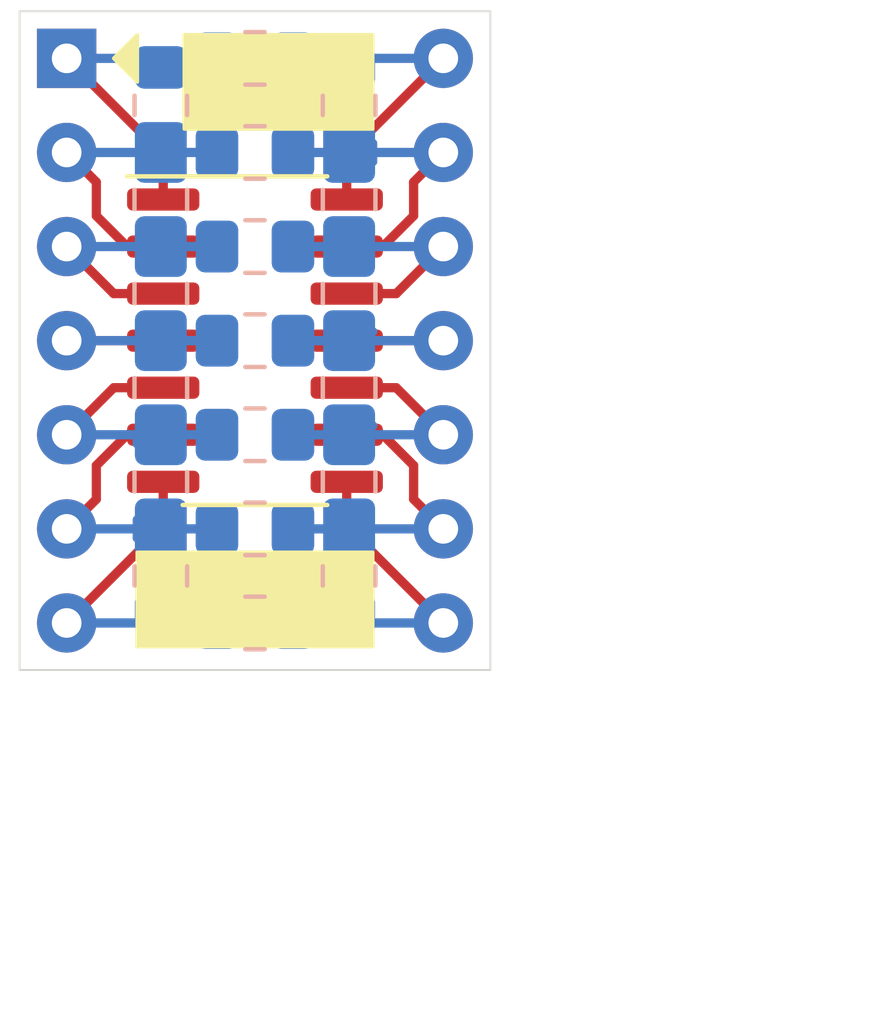
<source format=kicad_pcb>
(kicad_pcb (version 20171130) (host pcbnew "(5.1.5)-3")

  (general
    (thickness 1.6)
    (drawings 7)
    (tracks 78)
    (zones 0)
    (modules 21)
    (nets 15)
  )

  (page A4)
  (layers
    (0 F.Cu signal)
    (31 B.Cu signal hide)
    (32 B.Adhes user hide)
    (33 F.Adhes user hide)
    (34 B.Paste user hide)
    (35 F.Paste user)
    (36 B.SilkS user hide)
    (37 F.SilkS user)
    (38 B.Mask user hide)
    (39 F.Mask user)
    (40 Dwgs.User user hide)
    (41 Cmts.User user hide)
    (42 Eco1.User user hide)
    (43 Eco2.User user hide)
    (44 Edge.Cuts user)
    (45 Margin user hide)
    (46 B.CrtYd user hide)
    (47 F.CrtYd user)
    (48 B.Fab user hide)
    (49 F.Fab user)
  )

  (setup
    (last_trace_width 0.25)
    (trace_clearance 0.2)
    (zone_clearance 0.508)
    (zone_45_only no)
    (trace_min 0.2)
    (via_size 0.8)
    (via_drill 0.4)
    (via_min_size 0.4)
    (via_min_drill 0.3)
    (uvia_size 0.3)
    (uvia_drill 0.1)
    (uvias_allowed no)
    (uvia_min_size 0.2)
    (uvia_min_drill 0.1)
    (edge_width 0.05)
    (segment_width 0.2)
    (pcb_text_width 0.3)
    (pcb_text_size 1.5 1.5)
    (mod_edge_width 0.12)
    (mod_text_size 1 1)
    (mod_text_width 0.15)
    (pad_size 1.7 1.7)
    (pad_drill 1)
    (pad_to_mask_clearance 0.051)
    (solder_mask_min_width 0.25)
    (aux_axis_origin 0 0)
    (grid_origin 150 100)
    (visible_elements FFFFFF7F)
    (pcbplotparams
      (layerselection 0x010fc_ffffffff)
      (usegerberextensions false)
      (usegerberattributes false)
      (usegerberadvancedattributes false)
      (creategerberjobfile false)
      (excludeedgelayer true)
      (linewidth 0.100000)
      (plotframeref false)
      (viasonmask false)
      (mode 1)
      (useauxorigin false)
      (hpglpennumber 1)
      (hpglpenspeed 20)
      (hpglpendiameter 15.000000)
      (psnegative false)
      (psa4output false)
      (plotreference true)
      (plotvalue true)
      (plotinvisibletext false)
      (padsonsilk false)
      (subtractmaskfromsilk false)
      (outputformat 1)
      (mirror false)
      (drillshape 1)
      (scaleselection 1)
      (outputdirectory ""))
  )

  (net 0 "")
  (net 1 "Net-(A1-Pad14)")
  (net 2 "Net-(A1-Pad13)")
  (net 3 "Net-(A1-Pad12)")
  (net 4 "Net-(A1-Pad11)")
  (net 5 "Net-(A1-Pad10)")
  (net 6 "Net-(A1-Pad9)")
  (net 7 "Net-(A1-Pad8)")
  (net 8 "Net-(A1-Pad7)")
  (net 9 "Net-(A1-Pad6)")
  (net 10 "Net-(A1-Pad5)")
  (net 11 "Net-(A1-Pad4)")
  (net 12 "Net-(A1-Pad3)")
  (net 13 "Net-(A1-Pad2)")
  (net 14 "Net-(A1-Pad1)")

  (net_class Default "Dies ist die voreingestellte Netzklasse."
    (clearance 0.2)
    (trace_width 0.25)
    (via_dia 0.8)
    (via_drill 0.4)
    (uvia_dia 0.3)
    (uvia_drill 0.1)
    (add_net "Net-(A1-Pad1)")
    (add_net "Net-(A1-Pad10)")
    (add_net "Net-(A1-Pad11)")
    (add_net "Net-(A1-Pad12)")
    (add_net "Net-(A1-Pad13)")
    (add_net "Net-(A1-Pad14)")
    (add_net "Net-(A1-Pad2)")
    (add_net "Net-(A1-Pad3)")
    (add_net "Net-(A1-Pad4)")
    (add_net "Net-(A1-Pad5)")
    (add_net "Net-(A1-Pad6)")
    (add_net "Net-(A1-Pad7)")
    (add_net "Net-(A1-Pad8)")
    (add_net "Net-(A1-Pad9)")
  )

  (module Resistor_SMD:R_0805_2012Metric_Pad1.15x1.40mm_HandSolder (layer B.Cu) (tedit 5B36C52B) (tstamp 5EAEEA2D)
    (at 147.46 93.65 90)
    (descr "Resistor SMD 0805 (2012 Metric), square (rectangular) end terminal, IPC_7351 nominal with elongated pad for handsoldering. (Body size source: https://docs.google.com/spreadsheets/d/1BsfQQcO9C6DZCsRaXUlFlo91Tg2WpOkGARC1WS5S8t0/edit?usp=sharing), generated with kicad-footprint-generator")
    (tags "resistor handsolder")
    (path /5EC191CB)
    (attr smd)
    (fp_text reference R12 (at 0 1.65 90) (layer B.SilkS) hide
      (effects (font (size 1 1) (thickness 0.15)) (justify mirror))
    )
    (fp_text value R (at 0 -1.65 90) (layer B.Fab)
      (effects (font (size 1 1) (thickness 0.15)) (justify mirror))
    )
    (fp_text user %R (at 0 0 90) (layer B.Fab)
      (effects (font (size 0.5 0.5) (thickness 0.08)) (justify mirror))
    )
    (fp_line (start 1.85 -0.95) (end -1.85 -0.95) (layer B.CrtYd) (width 0.05))
    (fp_line (start 1.85 0.95) (end 1.85 -0.95) (layer B.CrtYd) (width 0.05))
    (fp_line (start -1.85 0.95) (end 1.85 0.95) (layer B.CrtYd) (width 0.05))
    (fp_line (start -1.85 -0.95) (end -1.85 0.95) (layer B.CrtYd) (width 0.05))
    (fp_line (start -0.261252 -0.71) (end 0.261252 -0.71) (layer B.SilkS) (width 0.12))
    (fp_line (start -0.261252 0.71) (end 0.261252 0.71) (layer B.SilkS) (width 0.12))
    (fp_line (start 1 -0.6) (end -1 -0.6) (layer B.Fab) (width 0.1))
    (fp_line (start 1 0.6) (end 1 -0.6) (layer B.Fab) (width 0.1))
    (fp_line (start -1 0.6) (end 1 0.6) (layer B.Fab) (width 0.1))
    (fp_line (start -1 -0.6) (end -1 0.6) (layer B.Fab) (width 0.1))
    (pad 2 smd roundrect (at 1.025 0 90) (size 1.15 1.4) (layers B.Cu B.Paste B.Mask) (roundrect_rratio 0.217391)
      (net 14 "Net-(A1-Pad1)"))
    (pad 1 smd roundrect (at -1.025 0 90) (size 1.15 1.4) (layers B.Cu B.Paste B.Mask) (roundrect_rratio 0.217391)
      (net 13 "Net-(A1-Pad2)"))
    (model ${KISYS3DMOD}/Resistor_SMD.3dshapes/R_0805_2012Metric.wrl
      (at (xyz 0 0 0))
      (scale (xyz 1 1 1))
      (rotate (xyz 0 0 0))
    )
  )

  (module Resistor_SMD:R_0805_2012Metric_Pad1.15x1.40mm_HandSolder (layer B.Cu) (tedit 5B36C52B) (tstamp 5EAED482)
    (at 147.46 96.19 90)
    (descr "Resistor SMD 0805 (2012 Metric), square (rectangular) end terminal, IPC_7351 nominal with elongated pad for handsoldering. (Body size source: https://docs.google.com/spreadsheets/d/1BsfQQcO9C6DZCsRaXUlFlo91Tg2WpOkGARC1WS5S8t0/edit?usp=sharing), generated with kicad-footprint-generator")
    (tags "resistor handsolder")
    (path /5EC191D5)
    (attr smd)
    (fp_text reference R11 (at 0 1.65 90) (layer B.SilkS) hide
      (effects (font (size 1 1) (thickness 0.15)) (justify mirror))
    )
    (fp_text value R (at 0 -1.65 90) (layer B.Fab)
      (effects (font (size 1 1) (thickness 0.15)) (justify mirror))
    )
    (fp_text user %R (at 0 0 90) (layer B.Fab)
      (effects (font (size 0.5 0.5) (thickness 0.08)) (justify mirror))
    )
    (fp_line (start 1.85 -0.95) (end -1.85 -0.95) (layer B.CrtYd) (width 0.05))
    (fp_line (start 1.85 0.95) (end 1.85 -0.95) (layer B.CrtYd) (width 0.05))
    (fp_line (start -1.85 0.95) (end 1.85 0.95) (layer B.CrtYd) (width 0.05))
    (fp_line (start -1.85 -0.95) (end -1.85 0.95) (layer B.CrtYd) (width 0.05))
    (fp_line (start -0.261252 -0.71) (end 0.261252 -0.71) (layer B.SilkS) (width 0.12))
    (fp_line (start -0.261252 0.71) (end 0.261252 0.71) (layer B.SilkS) (width 0.12))
    (fp_line (start 1 -0.6) (end -1 -0.6) (layer B.Fab) (width 0.1))
    (fp_line (start 1 0.6) (end 1 -0.6) (layer B.Fab) (width 0.1))
    (fp_line (start -1 0.6) (end 1 0.6) (layer B.Fab) (width 0.1))
    (fp_line (start -1 -0.6) (end -1 0.6) (layer B.Fab) (width 0.1))
    (pad 2 smd roundrect (at 1.025 0 90) (size 1.15 1.4) (layers B.Cu B.Paste B.Mask) (roundrect_rratio 0.217391)
      (net 13 "Net-(A1-Pad2)"))
    (pad 1 smd roundrect (at -1.025 0 90) (size 1.15 1.4) (layers B.Cu B.Paste B.Mask) (roundrect_rratio 0.217391)
      (net 12 "Net-(A1-Pad3)"))
    (model ${KISYS3DMOD}/Resistor_SMD.3dshapes/R_0805_2012Metric.wrl
      (at (xyz 0 0 0))
      (scale (xyz 1 1 1))
      (rotate (xyz 0 0 0))
    )
  )

  (module Resistor_SMD:R_0805_2012Metric_Pad1.15x1.40mm_HandSolder (layer B.Cu) (tedit 5B36C52B) (tstamp 5EAED471)
    (at 147.46 98.73 90)
    (descr "Resistor SMD 0805 (2012 Metric), square (rectangular) end terminal, IPC_7351 nominal with elongated pad for handsoldering. (Body size source: https://docs.google.com/spreadsheets/d/1BsfQQcO9C6DZCsRaXUlFlo91Tg2WpOkGARC1WS5S8t0/edit?usp=sharing), generated with kicad-footprint-generator")
    (tags "resistor handsolder")
    (path /5EC191DF)
    (attr smd)
    (fp_text reference R10 (at 0 1.65 90) (layer B.SilkS) hide
      (effects (font (size 1 1) (thickness 0.15)) (justify mirror))
    )
    (fp_text value R (at 0 -1.65 90) (layer B.Fab)
      (effects (font (size 1 1) (thickness 0.15)) (justify mirror))
    )
    (fp_text user %R (at 0 0 90) (layer B.Fab)
      (effects (font (size 0.5 0.5) (thickness 0.08)) (justify mirror))
    )
    (fp_line (start 1.85 -0.95) (end -1.85 -0.95) (layer B.CrtYd) (width 0.05))
    (fp_line (start 1.85 0.95) (end 1.85 -0.95) (layer B.CrtYd) (width 0.05))
    (fp_line (start -1.85 0.95) (end 1.85 0.95) (layer B.CrtYd) (width 0.05))
    (fp_line (start -1.85 -0.95) (end -1.85 0.95) (layer B.CrtYd) (width 0.05))
    (fp_line (start -0.261252 -0.71) (end 0.261252 -0.71) (layer B.SilkS) (width 0.12))
    (fp_line (start -0.261252 0.71) (end 0.261252 0.71) (layer B.SilkS) (width 0.12))
    (fp_line (start 1 -0.6) (end -1 -0.6) (layer B.Fab) (width 0.1))
    (fp_line (start 1 0.6) (end 1 -0.6) (layer B.Fab) (width 0.1))
    (fp_line (start -1 0.6) (end 1 0.6) (layer B.Fab) (width 0.1))
    (fp_line (start -1 -0.6) (end -1 0.6) (layer B.Fab) (width 0.1))
    (pad 2 smd roundrect (at 1.025 0 90) (size 1.15 1.4) (layers B.Cu B.Paste B.Mask) (roundrect_rratio 0.217391)
      (net 12 "Net-(A1-Pad3)"))
    (pad 1 smd roundrect (at -1.025 0 90) (size 1.15 1.4) (layers B.Cu B.Paste B.Mask) (roundrect_rratio 0.217391)
      (net 11 "Net-(A1-Pad4)"))
    (model ${KISYS3DMOD}/Resistor_SMD.3dshapes/R_0805_2012Metric.wrl
      (at (xyz 0 0 0))
      (scale (xyz 1 1 1))
      (rotate (xyz 0 0 0))
    )
  )

  (module Resistor_SMD:R_0805_2012Metric_Pad1.15x1.40mm_HandSolder (layer B.Cu) (tedit 5B36C52B) (tstamp 5EAED460)
    (at 147.46 101.27 90)
    (descr "Resistor SMD 0805 (2012 Metric), square (rectangular) end terminal, IPC_7351 nominal with elongated pad for handsoldering. (Body size source: https://docs.google.com/spreadsheets/d/1BsfQQcO9C6DZCsRaXUlFlo91Tg2WpOkGARC1WS5S8t0/edit?usp=sharing), generated with kicad-footprint-generator")
    (tags "resistor handsolder")
    (path /5EC191E9)
    (attr smd)
    (fp_text reference R9 (at 0 1.65 90) (layer B.SilkS) hide
      (effects (font (size 1 1) (thickness 0.15)) (justify mirror))
    )
    (fp_text value R (at 0 -1.65 90) (layer B.Fab)
      (effects (font (size 1 1) (thickness 0.15)) (justify mirror))
    )
    (fp_text user %R (at 0 0 90) (layer B.Fab)
      (effects (font (size 0.5 0.5) (thickness 0.08)) (justify mirror))
    )
    (fp_line (start 1.85 -0.95) (end -1.85 -0.95) (layer B.CrtYd) (width 0.05))
    (fp_line (start 1.85 0.95) (end 1.85 -0.95) (layer B.CrtYd) (width 0.05))
    (fp_line (start -1.85 0.95) (end 1.85 0.95) (layer B.CrtYd) (width 0.05))
    (fp_line (start -1.85 -0.95) (end -1.85 0.95) (layer B.CrtYd) (width 0.05))
    (fp_line (start -0.261252 -0.71) (end 0.261252 -0.71) (layer B.SilkS) (width 0.12))
    (fp_line (start -0.261252 0.71) (end 0.261252 0.71) (layer B.SilkS) (width 0.12))
    (fp_line (start 1 -0.6) (end -1 -0.6) (layer B.Fab) (width 0.1))
    (fp_line (start 1 0.6) (end 1 -0.6) (layer B.Fab) (width 0.1))
    (fp_line (start -1 0.6) (end 1 0.6) (layer B.Fab) (width 0.1))
    (fp_line (start -1 -0.6) (end -1 0.6) (layer B.Fab) (width 0.1))
    (pad 2 smd roundrect (at 1.025 0 90) (size 1.15 1.4) (layers B.Cu B.Paste B.Mask) (roundrect_rratio 0.217391)
      (net 11 "Net-(A1-Pad4)"))
    (pad 1 smd roundrect (at -1.025 0 90) (size 1.15 1.4) (layers B.Cu B.Paste B.Mask) (roundrect_rratio 0.217391)
      (net 10 "Net-(A1-Pad5)"))
    (model ${KISYS3DMOD}/Resistor_SMD.3dshapes/R_0805_2012Metric.wrl
      (at (xyz 0 0 0))
      (scale (xyz 1 1 1))
      (rotate (xyz 0 0 0))
    )
  )

  (module Resistor_SMD:R_0805_2012Metric_Pad1.15x1.40mm_HandSolder (layer B.Cu) (tedit 5B36C52B) (tstamp 5EAED44F)
    (at 147.46 103.81 90)
    (descr "Resistor SMD 0805 (2012 Metric), square (rectangular) end terminal, IPC_7351 nominal with elongated pad for handsoldering. (Body size source: https://docs.google.com/spreadsheets/d/1BsfQQcO9C6DZCsRaXUlFlo91Tg2WpOkGARC1WS5S8t0/edit?usp=sharing), generated with kicad-footprint-generator")
    (tags "resistor handsolder")
    (path /5EC191F3)
    (attr smd)
    (fp_text reference R8 (at 0 1.65 90) (layer B.SilkS) hide
      (effects (font (size 1 1) (thickness 0.15)) (justify mirror))
    )
    (fp_text value R (at 0 -1.65 90) (layer B.Fab)
      (effects (font (size 1 1) (thickness 0.15)) (justify mirror))
    )
    (fp_text user %R (at 0 0 90) (layer B.Fab)
      (effects (font (size 0.5 0.5) (thickness 0.08)) (justify mirror))
    )
    (fp_line (start 1.85 -0.95) (end -1.85 -0.95) (layer B.CrtYd) (width 0.05))
    (fp_line (start 1.85 0.95) (end 1.85 -0.95) (layer B.CrtYd) (width 0.05))
    (fp_line (start -1.85 0.95) (end 1.85 0.95) (layer B.CrtYd) (width 0.05))
    (fp_line (start -1.85 -0.95) (end -1.85 0.95) (layer B.CrtYd) (width 0.05))
    (fp_line (start -0.261252 -0.71) (end 0.261252 -0.71) (layer B.SilkS) (width 0.12))
    (fp_line (start -0.261252 0.71) (end 0.261252 0.71) (layer B.SilkS) (width 0.12))
    (fp_line (start 1 -0.6) (end -1 -0.6) (layer B.Fab) (width 0.1))
    (fp_line (start 1 0.6) (end 1 -0.6) (layer B.Fab) (width 0.1))
    (fp_line (start -1 0.6) (end 1 0.6) (layer B.Fab) (width 0.1))
    (fp_line (start -1 -0.6) (end -1 0.6) (layer B.Fab) (width 0.1))
    (pad 2 smd roundrect (at 1.025 0 90) (size 1.15 1.4) (layers B.Cu B.Paste B.Mask) (roundrect_rratio 0.217391)
      (net 10 "Net-(A1-Pad5)"))
    (pad 1 smd roundrect (at -1.025 0 90) (size 1.15 1.4) (layers B.Cu B.Paste B.Mask) (roundrect_rratio 0.217391)
      (net 9 "Net-(A1-Pad6)"))
    (model ${KISYS3DMOD}/Resistor_SMD.3dshapes/R_0805_2012Metric.wrl
      (at (xyz 0 0 0))
      (scale (xyz 1 1 1))
      (rotate (xyz 0 0 0))
    )
  )

  (module Resistor_SMD:R_0805_2012Metric_Pad1.15x1.40mm_HandSolder (layer B.Cu) (tedit 5B36C52B) (tstamp 5EAED43E)
    (at 147.46 106.35 90)
    (descr "Resistor SMD 0805 (2012 Metric), square (rectangular) end terminal, IPC_7351 nominal with elongated pad for handsoldering. (Body size source: https://docs.google.com/spreadsheets/d/1BsfQQcO9C6DZCsRaXUlFlo91Tg2WpOkGARC1WS5S8t0/edit?usp=sharing), generated with kicad-footprint-generator")
    (tags "resistor handsolder")
    (path /5EC191FD)
    (attr smd)
    (fp_text reference R7 (at 0 1.65 90) (layer B.SilkS) hide
      (effects (font (size 1 1) (thickness 0.15)) (justify mirror))
    )
    (fp_text value R (at 0 -1.65 90) (layer B.Fab)
      (effects (font (size 1 1) (thickness 0.15)) (justify mirror))
    )
    (fp_text user %R (at 0 0 90) (layer B.Fab)
      (effects (font (size 0.5 0.5) (thickness 0.08)) (justify mirror))
    )
    (fp_line (start 1.85 -0.95) (end -1.85 -0.95) (layer B.CrtYd) (width 0.05))
    (fp_line (start 1.85 0.95) (end 1.85 -0.95) (layer B.CrtYd) (width 0.05))
    (fp_line (start -1.85 0.95) (end 1.85 0.95) (layer B.CrtYd) (width 0.05))
    (fp_line (start -1.85 -0.95) (end -1.85 0.95) (layer B.CrtYd) (width 0.05))
    (fp_line (start -0.261252 -0.71) (end 0.261252 -0.71) (layer B.SilkS) (width 0.12))
    (fp_line (start -0.261252 0.71) (end 0.261252 0.71) (layer B.SilkS) (width 0.12))
    (fp_line (start 1 -0.6) (end -1 -0.6) (layer B.Fab) (width 0.1))
    (fp_line (start 1 0.6) (end 1 -0.6) (layer B.Fab) (width 0.1))
    (fp_line (start -1 0.6) (end 1 0.6) (layer B.Fab) (width 0.1))
    (fp_line (start -1 -0.6) (end -1 0.6) (layer B.Fab) (width 0.1))
    (pad 2 smd roundrect (at 1.025 0 90) (size 1.15 1.4) (layers B.Cu B.Paste B.Mask) (roundrect_rratio 0.217391)
      (net 9 "Net-(A1-Pad6)"))
    (pad 1 smd roundrect (at -1.025 0 90) (size 1.15 1.4) (layers B.Cu B.Paste B.Mask) (roundrect_rratio 0.217391)
      (net 8 "Net-(A1-Pad7)"))
    (model ${KISYS3DMOD}/Resistor_SMD.3dshapes/R_0805_2012Metric.wrl
      (at (xyz 0 0 0))
      (scale (xyz 1 1 1))
      (rotate (xyz 0 0 0))
    )
  )

  (module Resistor_SMD:R_0805_2012Metric_Pad1.15x1.40mm_HandSolder (layer B.Cu) (tedit 5B36C52B) (tstamp 5EAEC7A2)
    (at 152.54 98.73 90)
    (descr "Resistor SMD 0805 (2012 Metric), square (rectangular) end terminal, IPC_7351 nominal with elongated pad for handsoldering. (Body size source: https://docs.google.com/spreadsheets/d/1BsfQQcO9C6DZCsRaXUlFlo91Tg2WpOkGARC1WS5S8t0/edit?usp=sharing), generated with kicad-footprint-generator")
    (tags "resistor handsolder")
    (path /5EB849FE)
    (attr smd)
    (fp_text reference R6 (at 0 1.65 90) (layer B.SilkS) hide
      (effects (font (size 1 1) (thickness 0.15)) (justify mirror))
    )
    (fp_text value R (at 0 -1.65 90) (layer B.Fab)
      (effects (font (size 1 1) (thickness 0.15)) (justify mirror))
    )
    (fp_text user %R (at 0 0 90) (layer B.Fab)
      (effects (font (size 0.5 0.5) (thickness 0.08)) (justify mirror))
    )
    (fp_line (start 1.85 -0.95) (end -1.85 -0.95) (layer B.CrtYd) (width 0.05))
    (fp_line (start 1.85 0.95) (end 1.85 -0.95) (layer B.CrtYd) (width 0.05))
    (fp_line (start -1.85 0.95) (end 1.85 0.95) (layer B.CrtYd) (width 0.05))
    (fp_line (start -1.85 -0.95) (end -1.85 0.95) (layer B.CrtYd) (width 0.05))
    (fp_line (start -0.261252 -0.71) (end 0.261252 -0.71) (layer B.SilkS) (width 0.12))
    (fp_line (start -0.261252 0.71) (end 0.261252 0.71) (layer B.SilkS) (width 0.12))
    (fp_line (start 1 -0.6) (end -1 -0.6) (layer B.Fab) (width 0.1))
    (fp_line (start 1 0.6) (end 1 -0.6) (layer B.Fab) (width 0.1))
    (fp_line (start -1 0.6) (end 1 0.6) (layer B.Fab) (width 0.1))
    (fp_line (start -1 -0.6) (end -1 0.6) (layer B.Fab) (width 0.1))
    (pad 2 smd roundrect (at 1.025 0 90) (size 1.15 1.4) (layers B.Cu B.Paste B.Mask) (roundrect_rratio 0.217391)
      (net 3 "Net-(A1-Pad12)"))
    (pad 1 smd roundrect (at -1.025 0 90) (size 1.15 1.4) (layers B.Cu B.Paste B.Mask) (roundrect_rratio 0.217391)
      (net 4 "Net-(A1-Pad11)"))
    (model ${KISYS3DMOD}/Resistor_SMD.3dshapes/R_0805_2012Metric.wrl
      (at (xyz 0 0 0))
      (scale (xyz 1 1 1))
      (rotate (xyz 0 0 0))
    )
  )

  (module Resistor_SMD:R_0805_2012Metric_Pad1.15x1.40mm_HandSolder (layer B.Cu) (tedit 5B36C52B) (tstamp 5EAEC791)
    (at 152.54 101.27 90)
    (descr "Resistor SMD 0805 (2012 Metric), square (rectangular) end terminal, IPC_7351 nominal with elongated pad for handsoldering. (Body size source: https://docs.google.com/spreadsheets/d/1BsfQQcO9C6DZCsRaXUlFlo91Tg2WpOkGARC1WS5S8t0/edit?usp=sharing), generated with kicad-footprint-generator")
    (tags "resistor handsolder")
    (path /5EB90798)
    (attr smd)
    (fp_text reference R5 (at 0 1.65 90) (layer B.SilkS) hide
      (effects (font (size 1 1) (thickness 0.15)) (justify mirror))
    )
    (fp_text value R (at 0 -1.65 90) (layer B.Fab)
      (effects (font (size 1 1) (thickness 0.15)) (justify mirror))
    )
    (fp_text user %R (at 0 0 90) (layer B.Fab)
      (effects (font (size 0.5 0.5) (thickness 0.08)) (justify mirror))
    )
    (fp_line (start 1.85 -0.95) (end -1.85 -0.95) (layer B.CrtYd) (width 0.05))
    (fp_line (start 1.85 0.95) (end 1.85 -0.95) (layer B.CrtYd) (width 0.05))
    (fp_line (start -1.85 0.95) (end 1.85 0.95) (layer B.CrtYd) (width 0.05))
    (fp_line (start -1.85 -0.95) (end -1.85 0.95) (layer B.CrtYd) (width 0.05))
    (fp_line (start -0.261252 -0.71) (end 0.261252 -0.71) (layer B.SilkS) (width 0.12))
    (fp_line (start -0.261252 0.71) (end 0.261252 0.71) (layer B.SilkS) (width 0.12))
    (fp_line (start 1 -0.6) (end -1 -0.6) (layer B.Fab) (width 0.1))
    (fp_line (start 1 0.6) (end 1 -0.6) (layer B.Fab) (width 0.1))
    (fp_line (start -1 0.6) (end 1 0.6) (layer B.Fab) (width 0.1))
    (fp_line (start -1 -0.6) (end -1 0.6) (layer B.Fab) (width 0.1))
    (pad 2 smd roundrect (at 1.025 0 90) (size 1.15 1.4) (layers B.Cu B.Paste B.Mask) (roundrect_rratio 0.217391)
      (net 4 "Net-(A1-Pad11)"))
    (pad 1 smd roundrect (at -1.025 0 90) (size 1.15 1.4) (layers B.Cu B.Paste B.Mask) (roundrect_rratio 0.217391)
      (net 5 "Net-(A1-Pad10)"))
    (model ${KISYS3DMOD}/Resistor_SMD.3dshapes/R_0805_2012Metric.wrl
      (at (xyz 0 0 0))
      (scale (xyz 1 1 1))
      (rotate (xyz 0 0 0))
    )
  )

  (module Resistor_SMD:R_0805_2012Metric_Pad1.15x1.40mm_HandSolder (layer B.Cu) (tedit 5B36C52B) (tstamp 5EAEC780)
    (at 152.54 103.81 90)
    (descr "Resistor SMD 0805 (2012 Metric), square (rectangular) end terminal, IPC_7351 nominal with elongated pad for handsoldering. (Body size source: https://docs.google.com/spreadsheets/d/1BsfQQcO9C6DZCsRaXUlFlo91Tg2WpOkGARC1WS5S8t0/edit?usp=sharing), generated with kicad-footprint-generator")
    (tags "resistor handsolder")
    (path /5EBA620E)
    (attr smd)
    (fp_text reference R4 (at 0 1.65 90) (layer B.SilkS) hide
      (effects (font (size 1 1) (thickness 0.15)) (justify mirror))
    )
    (fp_text value R (at 0 -1.65 90) (layer B.Fab)
      (effects (font (size 1 1) (thickness 0.15)) (justify mirror))
    )
    (fp_text user %R (at 0 0 90) (layer B.Fab)
      (effects (font (size 0.5 0.5) (thickness 0.08)) (justify mirror))
    )
    (fp_line (start 1.85 -0.95) (end -1.85 -0.95) (layer B.CrtYd) (width 0.05))
    (fp_line (start 1.85 0.95) (end 1.85 -0.95) (layer B.CrtYd) (width 0.05))
    (fp_line (start -1.85 0.95) (end 1.85 0.95) (layer B.CrtYd) (width 0.05))
    (fp_line (start -1.85 -0.95) (end -1.85 0.95) (layer B.CrtYd) (width 0.05))
    (fp_line (start -0.261252 -0.71) (end 0.261252 -0.71) (layer B.SilkS) (width 0.12))
    (fp_line (start -0.261252 0.71) (end 0.261252 0.71) (layer B.SilkS) (width 0.12))
    (fp_line (start 1 -0.6) (end -1 -0.6) (layer B.Fab) (width 0.1))
    (fp_line (start 1 0.6) (end 1 -0.6) (layer B.Fab) (width 0.1))
    (fp_line (start -1 0.6) (end 1 0.6) (layer B.Fab) (width 0.1))
    (fp_line (start -1 -0.6) (end -1 0.6) (layer B.Fab) (width 0.1))
    (pad 2 smd roundrect (at 1.025 0 90) (size 1.15 1.4) (layers B.Cu B.Paste B.Mask) (roundrect_rratio 0.217391)
      (net 5 "Net-(A1-Pad10)"))
    (pad 1 smd roundrect (at -1.025 0 90) (size 1.15 1.4) (layers B.Cu B.Paste B.Mask) (roundrect_rratio 0.217391)
      (net 6 "Net-(A1-Pad9)"))
    (model ${KISYS3DMOD}/Resistor_SMD.3dshapes/R_0805_2012Metric.wrl
      (at (xyz 0 0 0))
      (scale (xyz 1 1 1))
      (rotate (xyz 0 0 0))
    )
  )

  (module Resistor_SMD:R_0805_2012Metric_Pad1.15x1.40mm_HandSolder (layer B.Cu) (tedit 5B36C52B) (tstamp 5EAEC76F)
    (at 152.54 106.35 90)
    (descr "Resistor SMD 0805 (2012 Metric), square (rectangular) end terminal, IPC_7351 nominal with elongated pad for handsoldering. (Body size source: https://docs.google.com/spreadsheets/d/1BsfQQcO9C6DZCsRaXUlFlo91Tg2WpOkGARC1WS5S8t0/edit?usp=sharing), generated with kicad-footprint-generator")
    (tags "resistor handsolder")
    (path /5EBAE7B3)
    (attr smd)
    (fp_text reference R3 (at 0 1.65 90) (layer B.SilkS) hide
      (effects (font (size 1 1) (thickness 0.15)) (justify mirror))
    )
    (fp_text value R (at 0 -1.65 90) (layer B.Fab)
      (effects (font (size 1 1) (thickness 0.15)) (justify mirror))
    )
    (fp_text user %R (at 0 0 90) (layer B.Fab)
      (effects (font (size 0.5 0.5) (thickness 0.08)) (justify mirror))
    )
    (fp_line (start 1.85 -0.95) (end -1.85 -0.95) (layer B.CrtYd) (width 0.05))
    (fp_line (start 1.85 0.95) (end 1.85 -0.95) (layer B.CrtYd) (width 0.05))
    (fp_line (start -1.85 0.95) (end 1.85 0.95) (layer B.CrtYd) (width 0.05))
    (fp_line (start -1.85 -0.95) (end -1.85 0.95) (layer B.CrtYd) (width 0.05))
    (fp_line (start -0.261252 -0.71) (end 0.261252 -0.71) (layer B.SilkS) (width 0.12))
    (fp_line (start -0.261252 0.71) (end 0.261252 0.71) (layer B.SilkS) (width 0.12))
    (fp_line (start 1 -0.6) (end -1 -0.6) (layer B.Fab) (width 0.1))
    (fp_line (start 1 0.6) (end 1 -0.6) (layer B.Fab) (width 0.1))
    (fp_line (start -1 0.6) (end 1 0.6) (layer B.Fab) (width 0.1))
    (fp_line (start -1 -0.6) (end -1 0.6) (layer B.Fab) (width 0.1))
    (pad 2 smd roundrect (at 1.025 0 90) (size 1.15 1.4) (layers B.Cu B.Paste B.Mask) (roundrect_rratio 0.217391)
      (net 6 "Net-(A1-Pad9)"))
    (pad 1 smd roundrect (at -1.025 0 90) (size 1.15 1.4) (layers B.Cu B.Paste B.Mask) (roundrect_rratio 0.217391)
      (net 7 "Net-(A1-Pad8)"))
    (model ${KISYS3DMOD}/Resistor_SMD.3dshapes/R_0805_2012Metric.wrl
      (at (xyz 0 0 0))
      (scale (xyz 1 1 1))
      (rotate (xyz 0 0 0))
    )
  )

  (module Resistor_SMD:R_0805_2012Metric_Pad1.15x1.40mm_HandSolder (layer B.Cu) (tedit 5B36C52B) (tstamp 5EAEC88B)
    (at 152.54 93.65 90)
    (descr "Resistor SMD 0805 (2012 Metric), square (rectangular) end terminal, IPC_7351 nominal with elongated pad for handsoldering. (Body size source: https://docs.google.com/spreadsheets/d/1BsfQQcO9C6DZCsRaXUlFlo91Tg2WpOkGARC1WS5S8t0/edit?usp=sharing), generated with kicad-footprint-generator")
    (tags "resistor handsolder")
    (path /5EB5320C)
    (attr smd)
    (fp_text reference R2 (at 0 1.65 90) (layer B.SilkS) hide
      (effects (font (size 1 1) (thickness 0.15)) (justify mirror))
    )
    (fp_text value R (at 0 -1.65 90) (layer B.Fab)
      (effects (font (size 1 1) (thickness 0.15)) (justify mirror))
    )
    (fp_text user %R (at 0 0 90) (layer B.Fab)
      (effects (font (size 0.5 0.5) (thickness 0.08)) (justify mirror))
    )
    (fp_line (start 1.85 -0.95) (end -1.85 -0.95) (layer B.CrtYd) (width 0.05))
    (fp_line (start 1.85 0.95) (end 1.85 -0.95) (layer B.CrtYd) (width 0.05))
    (fp_line (start -1.85 0.95) (end 1.85 0.95) (layer B.CrtYd) (width 0.05))
    (fp_line (start -1.85 -0.95) (end -1.85 0.95) (layer B.CrtYd) (width 0.05))
    (fp_line (start -0.261252 -0.71) (end 0.261252 -0.71) (layer B.SilkS) (width 0.12))
    (fp_line (start -0.261252 0.71) (end 0.261252 0.71) (layer B.SilkS) (width 0.12))
    (fp_line (start 1 -0.6) (end -1 -0.6) (layer B.Fab) (width 0.1))
    (fp_line (start 1 0.6) (end 1 -0.6) (layer B.Fab) (width 0.1))
    (fp_line (start -1 0.6) (end 1 0.6) (layer B.Fab) (width 0.1))
    (fp_line (start -1 -0.6) (end -1 0.6) (layer B.Fab) (width 0.1))
    (pad 2 smd roundrect (at 1.025 0 90) (size 1.15 1.4) (layers B.Cu B.Paste B.Mask) (roundrect_rratio 0.217391)
      (net 1 "Net-(A1-Pad14)"))
    (pad 1 smd roundrect (at -1.025 0 90) (size 1.15 1.4) (layers B.Cu B.Paste B.Mask) (roundrect_rratio 0.217391)
      (net 2 "Net-(A1-Pad13)"))
    (model ${KISYS3DMOD}/Resistor_SMD.3dshapes/R_0805_2012Metric.wrl
      (at (xyz 0 0 0))
      (scale (xyz 1 1 1))
      (rotate (xyz 0 0 0))
    )
  )

  (module Resistor_SMD:R_0805_2012Metric_Pad1.15x1.40mm_HandSolder (layer B.Cu) (tedit 5B36C52B) (tstamp 5EAEBE04)
    (at 152.54 96.19 90)
    (descr "Resistor SMD 0805 (2012 Metric), square (rectangular) end terminal, IPC_7351 nominal with elongated pad for handsoldering. (Body size source: https://docs.google.com/spreadsheets/d/1BsfQQcO9C6DZCsRaXUlFlo91Tg2WpOkGARC1WS5S8t0/edit?usp=sharing), generated with kicad-footprint-generator")
    (tags "resistor handsolder")
    (path /5EB739C0)
    (attr smd)
    (fp_text reference R1 (at 0 1.65 90) (layer B.SilkS) hide
      (effects (font (size 1 1) (thickness 0.15)) (justify mirror))
    )
    (fp_text value R (at 0 -1.65 90) (layer B.Fab)
      (effects (font (size 1 1) (thickness 0.15)) (justify mirror))
    )
    (fp_text user %R (at 0 0 90) (layer B.Fab)
      (effects (font (size 0.5 0.5) (thickness 0.08)) (justify mirror))
    )
    (fp_line (start 1.85 -0.95) (end -1.85 -0.95) (layer B.CrtYd) (width 0.05))
    (fp_line (start 1.85 0.95) (end 1.85 -0.95) (layer B.CrtYd) (width 0.05))
    (fp_line (start -1.85 0.95) (end 1.85 0.95) (layer B.CrtYd) (width 0.05))
    (fp_line (start -1.85 -0.95) (end -1.85 0.95) (layer B.CrtYd) (width 0.05))
    (fp_line (start -0.261252 -0.71) (end 0.261252 -0.71) (layer B.SilkS) (width 0.12))
    (fp_line (start -0.261252 0.71) (end 0.261252 0.71) (layer B.SilkS) (width 0.12))
    (fp_line (start 1 -0.6) (end -1 -0.6) (layer B.Fab) (width 0.1))
    (fp_line (start 1 0.6) (end 1 -0.6) (layer B.Fab) (width 0.1))
    (fp_line (start -1 0.6) (end 1 0.6) (layer B.Fab) (width 0.1))
    (fp_line (start -1 -0.6) (end -1 0.6) (layer B.Fab) (width 0.1))
    (pad 2 smd roundrect (at 1.025 0 90) (size 1.15 1.4) (layers B.Cu B.Paste B.Mask) (roundrect_rratio 0.217391)
      (net 2 "Net-(A1-Pad13)"))
    (pad 1 smd roundrect (at -1.025 0 90) (size 1.15 1.4) (layers B.Cu B.Paste B.Mask) (roundrect_rratio 0.217391)
      (net 3 "Net-(A1-Pad12)"))
    (model ${KISYS3DMOD}/Resistor_SMD.3dshapes/R_0805_2012Metric.wrl
      (at (xyz 0 0 0))
      (scale (xyz 1 1 1))
      (rotate (xyz 0 0 0))
    )
  )

  (module Capacitor_SMD:C_0805_2012Metric_Pad1.15x1.40mm_HandSolder (layer B.Cu) (tedit 5B36C52B) (tstamp 5EAEBDF5)
    (at 150 92.38 180)
    (descr "Capacitor SMD 0805 (2012 Metric), square (rectangular) end terminal, IPC_7351 nominal with elongated pad for handsoldering. (Body size source: https://docs.google.com/spreadsheets/d/1BsfQQcO9C6DZCsRaXUlFlo91Tg2WpOkGARC1WS5S8t0/edit?usp=sharing), generated with kicad-footprint-generator")
    (tags "capacitor handsolder")
    (path /5EB0CA0C)
    (attr smd)
    (fp_text reference C7 (at 0 1.65) (layer B.SilkS) hide
      (effects (font (size 1 1) (thickness 0.15)) (justify mirror))
    )
    (fp_text value C (at 0 -1.65) (layer B.Fab)
      (effects (font (size 1 1) (thickness 0.15)) (justify mirror))
    )
    (fp_text user %R (at 0 0) (layer B.Fab)
      (effects (font (size 0.5 0.5) (thickness 0.08)) (justify mirror))
    )
    (fp_line (start 1.85 -0.95) (end -1.85 -0.95) (layer B.CrtYd) (width 0.05))
    (fp_line (start 1.85 0.95) (end 1.85 -0.95) (layer B.CrtYd) (width 0.05))
    (fp_line (start -1.85 0.95) (end 1.85 0.95) (layer B.CrtYd) (width 0.05))
    (fp_line (start -1.85 -0.95) (end -1.85 0.95) (layer B.CrtYd) (width 0.05))
    (fp_line (start -0.261252 -0.71) (end 0.261252 -0.71) (layer B.SilkS) (width 0.12))
    (fp_line (start -0.261252 0.71) (end 0.261252 0.71) (layer B.SilkS) (width 0.12))
    (fp_line (start 1 -0.6) (end -1 -0.6) (layer B.Fab) (width 0.1))
    (fp_line (start 1 0.6) (end 1 -0.6) (layer B.Fab) (width 0.1))
    (fp_line (start -1 0.6) (end 1 0.6) (layer B.Fab) (width 0.1))
    (fp_line (start -1 -0.6) (end -1 0.6) (layer B.Fab) (width 0.1))
    (pad 2 smd roundrect (at 1.025 0 180) (size 1.15 1.4) (layers B.Cu B.Paste B.Mask) (roundrect_rratio 0.217391)
      (net 14 "Net-(A1-Pad1)"))
    (pad 1 smd roundrect (at -1.025 0 180) (size 1.15 1.4) (layers B.Cu B.Paste B.Mask) (roundrect_rratio 0.217391)
      (net 1 "Net-(A1-Pad14)"))
    (model ${KISYS3DMOD}/Capacitor_SMD.3dshapes/C_0805_2012Metric.wrl
      (at (xyz 0 0 0))
      (scale (xyz 1 1 1))
      (rotate (xyz 0 0 0))
    )
  )

  (module Capacitor_SMD:C_0805_2012Metric_Pad1.15x1.40mm_HandSolder (layer B.Cu) (tedit 5B36C52B) (tstamp 5EAEBDE4)
    (at 150 94.92 180)
    (descr "Capacitor SMD 0805 (2012 Metric), square (rectangular) end terminal, IPC_7351 nominal with elongated pad for handsoldering. (Body size source: https://docs.google.com/spreadsheets/d/1BsfQQcO9C6DZCsRaXUlFlo91Tg2WpOkGARC1WS5S8t0/edit?usp=sharing), generated with kicad-footprint-generator")
    (tags "capacitor handsolder")
    (path /5EB27483)
    (attr smd)
    (fp_text reference C6 (at 0 1.65) (layer B.SilkS) hide
      (effects (font (size 1 1) (thickness 0.15)) (justify mirror))
    )
    (fp_text value C (at 0 -1.65) (layer B.Fab)
      (effects (font (size 1 1) (thickness 0.15)) (justify mirror))
    )
    (fp_text user %R (at 0 0) (layer B.Fab)
      (effects (font (size 0.5 0.5) (thickness 0.08)) (justify mirror))
    )
    (fp_line (start 1.85 -0.95) (end -1.85 -0.95) (layer B.CrtYd) (width 0.05))
    (fp_line (start 1.85 0.95) (end 1.85 -0.95) (layer B.CrtYd) (width 0.05))
    (fp_line (start -1.85 0.95) (end 1.85 0.95) (layer B.CrtYd) (width 0.05))
    (fp_line (start -1.85 -0.95) (end -1.85 0.95) (layer B.CrtYd) (width 0.05))
    (fp_line (start -0.261252 -0.71) (end 0.261252 -0.71) (layer B.SilkS) (width 0.12))
    (fp_line (start -0.261252 0.71) (end 0.261252 0.71) (layer B.SilkS) (width 0.12))
    (fp_line (start 1 -0.6) (end -1 -0.6) (layer B.Fab) (width 0.1))
    (fp_line (start 1 0.6) (end 1 -0.6) (layer B.Fab) (width 0.1))
    (fp_line (start -1 0.6) (end 1 0.6) (layer B.Fab) (width 0.1))
    (fp_line (start -1 -0.6) (end -1 0.6) (layer B.Fab) (width 0.1))
    (pad 2 smd roundrect (at 1.025 0 180) (size 1.15 1.4) (layers B.Cu B.Paste B.Mask) (roundrect_rratio 0.217391)
      (net 13 "Net-(A1-Pad2)"))
    (pad 1 smd roundrect (at -1.025 0 180) (size 1.15 1.4) (layers B.Cu B.Paste B.Mask) (roundrect_rratio 0.217391)
      (net 2 "Net-(A1-Pad13)"))
    (model ${KISYS3DMOD}/Capacitor_SMD.3dshapes/C_0805_2012Metric.wrl
      (at (xyz 0 0 0))
      (scale (xyz 1 1 1))
      (rotate (xyz 0 0 0))
    )
  )

  (module Capacitor_SMD:C_0805_2012Metric_Pad1.15x1.40mm_HandSolder (layer B.Cu) (tedit 5B36C52B) (tstamp 5EAEBDD3)
    (at 150 97.46 180)
    (descr "Capacitor SMD 0805 (2012 Metric), square (rectangular) end terminal, IPC_7351 nominal with elongated pad for handsoldering. (Body size source: https://docs.google.com/spreadsheets/d/1BsfQQcO9C6DZCsRaXUlFlo91Tg2WpOkGARC1WS5S8t0/edit?usp=sharing), generated with kicad-footprint-generator")
    (tags "capacitor handsolder")
    (path /5EB287DC)
    (attr smd)
    (fp_text reference C5 (at 0 1.65) (layer B.SilkS) hide
      (effects (font (size 1 1) (thickness 0.15)) (justify mirror))
    )
    (fp_text value C (at 0 -1.65) (layer B.Fab)
      (effects (font (size 1 1) (thickness 0.15)) (justify mirror))
    )
    (fp_text user %R (at 0 0) (layer B.Fab)
      (effects (font (size 0.5 0.5) (thickness 0.08)) (justify mirror))
    )
    (fp_line (start 1.85 -0.95) (end -1.85 -0.95) (layer B.CrtYd) (width 0.05))
    (fp_line (start 1.85 0.95) (end 1.85 -0.95) (layer B.CrtYd) (width 0.05))
    (fp_line (start -1.85 0.95) (end 1.85 0.95) (layer B.CrtYd) (width 0.05))
    (fp_line (start -1.85 -0.95) (end -1.85 0.95) (layer B.CrtYd) (width 0.05))
    (fp_line (start -0.261252 -0.71) (end 0.261252 -0.71) (layer B.SilkS) (width 0.12))
    (fp_line (start -0.261252 0.71) (end 0.261252 0.71) (layer B.SilkS) (width 0.12))
    (fp_line (start 1 -0.6) (end -1 -0.6) (layer B.Fab) (width 0.1))
    (fp_line (start 1 0.6) (end 1 -0.6) (layer B.Fab) (width 0.1))
    (fp_line (start -1 0.6) (end 1 0.6) (layer B.Fab) (width 0.1))
    (fp_line (start -1 -0.6) (end -1 0.6) (layer B.Fab) (width 0.1))
    (pad 2 smd roundrect (at 1.025 0 180) (size 1.15 1.4) (layers B.Cu B.Paste B.Mask) (roundrect_rratio 0.217391)
      (net 12 "Net-(A1-Pad3)"))
    (pad 1 smd roundrect (at -1.025 0 180) (size 1.15 1.4) (layers B.Cu B.Paste B.Mask) (roundrect_rratio 0.217391)
      (net 3 "Net-(A1-Pad12)"))
    (model ${KISYS3DMOD}/Capacitor_SMD.3dshapes/C_0805_2012Metric.wrl
      (at (xyz 0 0 0))
      (scale (xyz 1 1 1))
      (rotate (xyz 0 0 0))
    )
  )

  (module Capacitor_SMD:C_0805_2012Metric_Pad1.15x1.40mm_HandSolder (layer B.Cu) (tedit 5B36C52B) (tstamp 5EAEBDC2)
    (at 150 102.54 180)
    (descr "Capacitor SMD 0805 (2012 Metric), square (rectangular) end terminal, IPC_7351 nominal with elongated pad for handsoldering. (Body size source: https://docs.google.com/spreadsheets/d/1BsfQQcO9C6DZCsRaXUlFlo91Tg2WpOkGARC1WS5S8t0/edit?usp=sharing), generated with kicad-footprint-generator")
    (tags "capacitor handsolder")
    (path /5EB2BF93)
    (attr smd)
    (fp_text reference C4 (at 0 1.65) (layer B.SilkS) hide
      (effects (font (size 1 1) (thickness 0.15)) (justify mirror))
    )
    (fp_text value C (at 0 -1.65) (layer B.Fab)
      (effects (font (size 1 1) (thickness 0.15)) (justify mirror))
    )
    (fp_text user %R (at 0 0) (layer B.Fab)
      (effects (font (size 0.5 0.5) (thickness 0.08)) (justify mirror))
    )
    (fp_line (start 1.85 -0.95) (end -1.85 -0.95) (layer B.CrtYd) (width 0.05))
    (fp_line (start 1.85 0.95) (end 1.85 -0.95) (layer B.CrtYd) (width 0.05))
    (fp_line (start -1.85 0.95) (end 1.85 0.95) (layer B.CrtYd) (width 0.05))
    (fp_line (start -1.85 -0.95) (end -1.85 0.95) (layer B.CrtYd) (width 0.05))
    (fp_line (start -0.261252 -0.71) (end 0.261252 -0.71) (layer B.SilkS) (width 0.12))
    (fp_line (start -0.261252 0.71) (end 0.261252 0.71) (layer B.SilkS) (width 0.12))
    (fp_line (start 1 -0.6) (end -1 -0.6) (layer B.Fab) (width 0.1))
    (fp_line (start 1 0.6) (end 1 -0.6) (layer B.Fab) (width 0.1))
    (fp_line (start -1 0.6) (end 1 0.6) (layer B.Fab) (width 0.1))
    (fp_line (start -1 -0.6) (end -1 0.6) (layer B.Fab) (width 0.1))
    (pad 2 smd roundrect (at 1.025 0 180) (size 1.15 1.4) (layers B.Cu B.Paste B.Mask) (roundrect_rratio 0.217391)
      (net 10 "Net-(A1-Pad5)"))
    (pad 1 smd roundrect (at -1.025 0 180) (size 1.15 1.4) (layers B.Cu B.Paste B.Mask) (roundrect_rratio 0.217391)
      (net 5 "Net-(A1-Pad10)"))
    (model ${KISYS3DMOD}/Capacitor_SMD.3dshapes/C_0805_2012Metric.wrl
      (at (xyz 0 0 0))
      (scale (xyz 1 1 1))
      (rotate (xyz 0 0 0))
    )
  )

  (module Capacitor_SMD:C_0805_2012Metric_Pad1.15x1.40mm_HandSolder (layer B.Cu) (tedit 5B36C52B) (tstamp 5EAEBDB1)
    (at 150 105.08 180)
    (descr "Capacitor SMD 0805 (2012 Metric), square (rectangular) end terminal, IPC_7351 nominal with elongated pad for handsoldering. (Body size source: https://docs.google.com/spreadsheets/d/1BsfQQcO9C6DZCsRaXUlFlo91Tg2WpOkGARC1WS5S8t0/edit?usp=sharing), generated with kicad-footprint-generator")
    (tags "capacitor handsolder")
    (path /5EB2D72F)
    (attr smd)
    (fp_text reference C3 (at 0 1.65) (layer B.SilkS) hide
      (effects (font (size 1 1) (thickness 0.15)) (justify mirror))
    )
    (fp_text value C (at 0 -1.65) (layer B.Fab)
      (effects (font (size 1 1) (thickness 0.15)) (justify mirror))
    )
    (fp_text user %R (at 0 0) (layer B.Fab)
      (effects (font (size 0.5 0.5) (thickness 0.08)) (justify mirror))
    )
    (fp_line (start 1.85 -0.95) (end -1.85 -0.95) (layer B.CrtYd) (width 0.05))
    (fp_line (start 1.85 0.95) (end 1.85 -0.95) (layer B.CrtYd) (width 0.05))
    (fp_line (start -1.85 0.95) (end 1.85 0.95) (layer B.CrtYd) (width 0.05))
    (fp_line (start -1.85 -0.95) (end -1.85 0.95) (layer B.CrtYd) (width 0.05))
    (fp_line (start -0.261252 -0.71) (end 0.261252 -0.71) (layer B.SilkS) (width 0.12))
    (fp_line (start -0.261252 0.71) (end 0.261252 0.71) (layer B.SilkS) (width 0.12))
    (fp_line (start 1 -0.6) (end -1 -0.6) (layer B.Fab) (width 0.1))
    (fp_line (start 1 0.6) (end 1 -0.6) (layer B.Fab) (width 0.1))
    (fp_line (start -1 0.6) (end 1 0.6) (layer B.Fab) (width 0.1))
    (fp_line (start -1 -0.6) (end -1 0.6) (layer B.Fab) (width 0.1))
    (pad 2 smd roundrect (at 1.025 0 180) (size 1.15 1.4) (layers B.Cu B.Paste B.Mask) (roundrect_rratio 0.217391)
      (net 9 "Net-(A1-Pad6)"))
    (pad 1 smd roundrect (at -1.025 0 180) (size 1.15 1.4) (layers B.Cu B.Paste B.Mask) (roundrect_rratio 0.217391)
      (net 6 "Net-(A1-Pad9)"))
    (model ${KISYS3DMOD}/Capacitor_SMD.3dshapes/C_0805_2012Metric.wrl
      (at (xyz 0 0 0))
      (scale (xyz 1 1 1))
      (rotate (xyz 0 0 0))
    )
  )

  (module Capacitor_SMD:C_0805_2012Metric_Pad1.15x1.40mm_HandSolder (layer B.Cu) (tedit 5B36C52B) (tstamp 5EAEBDA0)
    (at 150 107.62 180)
    (descr "Capacitor SMD 0805 (2012 Metric), square (rectangular) end terminal, IPC_7351 nominal with elongated pad for handsoldering. (Body size source: https://docs.google.com/spreadsheets/d/1BsfQQcO9C6DZCsRaXUlFlo91Tg2WpOkGARC1WS5S8t0/edit?usp=sharing), generated with kicad-footprint-generator")
    (tags "capacitor handsolder")
    (path /5EB3080D)
    (attr smd)
    (fp_text reference C2 (at 0 1.65) (layer B.SilkS) hide
      (effects (font (size 1 1) (thickness 0.15)) (justify mirror))
    )
    (fp_text value C (at 0 -1.65) (layer B.Fab)
      (effects (font (size 1 1) (thickness 0.15)) (justify mirror))
    )
    (fp_text user %R (at 0 0) (layer B.Fab)
      (effects (font (size 0.5 0.5) (thickness 0.08)) (justify mirror))
    )
    (fp_line (start 1.85 -0.95) (end -1.85 -0.95) (layer B.CrtYd) (width 0.05))
    (fp_line (start 1.85 0.95) (end 1.85 -0.95) (layer B.CrtYd) (width 0.05))
    (fp_line (start -1.85 0.95) (end 1.85 0.95) (layer B.CrtYd) (width 0.05))
    (fp_line (start -1.85 -0.95) (end -1.85 0.95) (layer B.CrtYd) (width 0.05))
    (fp_line (start -0.261252 -0.71) (end 0.261252 -0.71) (layer B.SilkS) (width 0.12))
    (fp_line (start -0.261252 0.71) (end 0.261252 0.71) (layer B.SilkS) (width 0.12))
    (fp_line (start 1 -0.6) (end -1 -0.6) (layer B.Fab) (width 0.1))
    (fp_line (start 1 0.6) (end 1 -0.6) (layer B.Fab) (width 0.1))
    (fp_line (start -1 0.6) (end 1 0.6) (layer B.Fab) (width 0.1))
    (fp_line (start -1 -0.6) (end -1 0.6) (layer B.Fab) (width 0.1))
    (pad 2 smd roundrect (at 1.025 0 180) (size 1.15 1.4) (layers B.Cu B.Paste B.Mask) (roundrect_rratio 0.217391)
      (net 8 "Net-(A1-Pad7)"))
    (pad 1 smd roundrect (at -1.025 0 180) (size 1.15 1.4) (layers B.Cu B.Paste B.Mask) (roundrect_rratio 0.217391)
      (net 7 "Net-(A1-Pad8)"))
    (model ${KISYS3DMOD}/Capacitor_SMD.3dshapes/C_0805_2012Metric.wrl
      (at (xyz 0 0 0))
      (scale (xyz 1 1 1))
      (rotate (xyz 0 0 0))
    )
  )

  (module Capacitor_SMD:C_0805_2012Metric_Pad1.15x1.40mm_HandSolder (layer B.Cu) (tedit 5B36C52B) (tstamp 5EAEC31C)
    (at 150 100 180)
    (descr "Capacitor SMD 0805 (2012 Metric), square (rectangular) end terminal, IPC_7351 nominal with elongated pad for handsoldering. (Body size source: https://docs.google.com/spreadsheets/d/1BsfQQcO9C6DZCsRaXUlFlo91Tg2WpOkGARC1WS5S8t0/edit?usp=sharing), generated with kicad-footprint-generator")
    (tags "capacitor handsolder")
    (path /5EB08C33)
    (attr smd)
    (fp_text reference C1 (at 0 1.65) (layer B.SilkS) hide
      (effects (font (size 1 1) (thickness 0.15)) (justify mirror))
    )
    (fp_text value C (at 0 -1.65) (layer B.Fab)
      (effects (font (size 1 1) (thickness 0.15)) (justify mirror))
    )
    (fp_text user %R (at 0 0) (layer B.Fab)
      (effects (font (size 0.5 0.5) (thickness 0.08)) (justify mirror))
    )
    (fp_line (start 1.85 -0.95) (end -1.85 -0.95) (layer B.CrtYd) (width 0.05))
    (fp_line (start 1.85 0.95) (end 1.85 -0.95) (layer B.CrtYd) (width 0.05))
    (fp_line (start -1.85 0.95) (end 1.85 0.95) (layer B.CrtYd) (width 0.05))
    (fp_line (start -1.85 -0.95) (end -1.85 0.95) (layer B.CrtYd) (width 0.05))
    (fp_line (start -0.261252 -0.71) (end 0.261252 -0.71) (layer B.SilkS) (width 0.12))
    (fp_line (start -0.261252 0.71) (end 0.261252 0.71) (layer B.SilkS) (width 0.12))
    (fp_line (start 1 -0.6) (end -1 -0.6) (layer B.Fab) (width 0.1))
    (fp_line (start 1 0.6) (end 1 -0.6) (layer B.Fab) (width 0.1))
    (fp_line (start -1 0.6) (end 1 0.6) (layer B.Fab) (width 0.1))
    (fp_line (start -1 -0.6) (end -1 0.6) (layer B.Fab) (width 0.1))
    (pad 2 smd roundrect (at 1.025 0 180) (size 1.15 1.4) (layers B.Cu B.Paste B.Mask) (roundrect_rratio 0.217391)
      (net 11 "Net-(A1-Pad4)"))
    (pad 1 smd roundrect (at -1.025 0 180) (size 1.15 1.4) (layers B.Cu B.Paste B.Mask) (roundrect_rratio 0.217391)
      (net 4 "Net-(A1-Pad11)"))
    (model ${KISYS3DMOD}/Capacitor_SMD.3dshapes/C_0805_2012Metric.wrl
      (at (xyz 0 0 0))
      (scale (xyz 1 1 1))
      (rotate (xyz 0 0 0))
    )
  )

  (module Package_DIP:DIP-14_W10.16mm (layer F.Cu) (tedit 5EAEA8BE) (tstamp 5EAEAD3C)
    (at 150 100)
    (descr "14-lead though-hole mounted DIP package, row spacing 10.16 mm (400 mils)")
    (tags "THT DIP DIL PDIP 2.54mm 10.16mm 400mil")
    (path /5EAEEEF5)
    (fp_text reference X1 (at 5.08 -2.33) (layer F.SilkS) hide
      (effects (font (size 1 1) (thickness 0.15)))
    )
    (fp_text value Conn_02x07_Counter_Clockwise (at 5.08 17.57) (layer F.Fab)
      (effects (font (size 1 1) (thickness 0.15)))
    )
    (fp_text user %R (at 0 0) (layer F.Fab)
      (effects (font (size 1 1) (thickness 0.15)))
    )
    (fp_line (start 6.17 -9.17) (end -6.13 -9.17) (layer F.CrtYd) (width 0.05))
    (fp_line (start 6.17 9.18) (end 6.17 -9.17) (layer F.CrtYd) (width 0.05))
    (fp_line (start -6.13 9.18) (end 6.17 9.18) (layer F.CrtYd) (width 0.05))
    (fp_line (start -6.13 -9.17) (end -6.13 9.18) (layer F.CrtYd) (width 0.05))
    (fp_line (start -3.175 -7.89) (end -2.175 -8.89) (layer F.Fab) (width 0.1))
    (fp_line (start -3.175 8.89) (end -3.175 -7.89) (layer F.Fab) (width 0.1))
    (fp_line (start 3.175 8.89) (end -3.175 8.89) (layer F.Fab) (width 0.1))
    (fp_line (start 3.175 -8.89) (end 3.175 8.89) (layer F.Fab) (width 0.1))
    (fp_line (start -2.175 -8.89) (end 3.175 -8.89) (layer F.Fab) (width 0.1))
    (pad 14 thru_hole oval (at 5.08 -7.62) (size 1.6 1.6) (drill 0.8) (layers *.Cu *.Mask)
      (net 1 "Net-(A1-Pad14)"))
    (pad 7 thru_hole oval (at -5.08 7.62) (size 1.6 1.6) (drill 0.8) (layers *.Cu *.Mask)
      (net 8 "Net-(A1-Pad7)"))
    (pad 13 thru_hole oval (at 5.08 -5.08) (size 1.6 1.6) (drill 0.8) (layers *.Cu *.Mask)
      (net 2 "Net-(A1-Pad13)"))
    (pad 6 thru_hole oval (at -5.08 5.08) (size 1.6 1.6) (drill 0.8) (layers *.Cu *.Mask)
      (net 9 "Net-(A1-Pad6)"))
    (pad 12 thru_hole oval (at 5.08 -2.54) (size 1.6 1.6) (drill 0.8) (layers *.Cu *.Mask)
      (net 3 "Net-(A1-Pad12)"))
    (pad 5 thru_hole oval (at -5.08 2.54) (size 1.6 1.6) (drill 0.8) (layers *.Cu *.Mask)
      (net 10 "Net-(A1-Pad5)"))
    (pad 11 thru_hole oval (at 5.08 0) (size 1.6 1.6) (drill 0.8) (layers *.Cu *.Mask)
      (net 4 "Net-(A1-Pad11)"))
    (pad 4 thru_hole oval (at -5.08 0) (size 1.6 1.6) (drill 0.8) (layers *.Cu *.Mask)
      (net 11 "Net-(A1-Pad4)"))
    (pad 10 thru_hole oval (at 5.08 2.54) (size 1.6 1.6) (drill 0.8) (layers *.Cu *.Mask)
      (net 5 "Net-(A1-Pad10)"))
    (pad 3 thru_hole oval (at -5.08 -2.54) (size 1.6 1.6) (drill 0.8) (layers *.Cu *.Mask)
      (net 12 "Net-(A1-Pad3)"))
    (pad 9 thru_hole oval (at 5.08 5.08) (size 1.6 1.6) (drill 0.8) (layers *.Cu *.Mask)
      (net 6 "Net-(A1-Pad9)"))
    (pad 2 thru_hole oval (at -5.08 -5.08) (size 1.6 1.6) (drill 0.8) (layers *.Cu *.Mask)
      (net 13 "Net-(A1-Pad2)"))
    (pad 8 thru_hole oval (at 5.08 7.62) (size 1.6 1.6) (drill 0.8) (layers *.Cu *.Mask)
      (net 7 "Net-(A1-Pad8)"))
    (pad 1 thru_hole rect (at -5.08 -7.62) (size 1.6 1.6) (drill 0.8) (layers *.Cu *.Mask)
      (net 14 "Net-(A1-Pad1)"))
    (model ${KISYS3DMOD}/Connector_PinHeader_2.54mm.3dshapes/PinHeader_1x07_P2.54mm_Vertical.wrl
      (offset (xyz 5.08 7.62 -1.7))
      (scale (xyz 1 1 1))
      (rotate (xyz 0 180 0))
    )
    (model ${KISYS3DMOD}/Connector_PinHeader_2.54mm.3dshapes/PinHeader_1x07_P2.54mm_Vertical.wrl
      (offset (xyz -5.08 7.62 -1.7))
      (scale (xyz 1 1 1))
      (rotate (xyz 0 180 0))
    )
  )

  (module Package_SO:SOIC-14_3.9x8.7mm_P1.27mm (layer F.Cu) (tedit 5D9F72B1) (tstamp 5EAEAF0F)
    (at 150 100)
    (descr "SOIC, 14 Pin (JEDEC MS-012AB, https://www.analog.com/media/en/package-pcb-resources/package/pkg_pdf/soic_narrow-r/r_14.pdf), generated with kicad-footprint-generator ipc_gullwing_generator.py")
    (tags "SOIC SO")
    (path /5EAEA6F0)
    (attr smd)
    (fp_text reference A1 (at 0 -5.28) (layer F.SilkS) hide
      (effects (font (size 1 1) (thickness 0.15)))
    )
    (fp_text value LM324 (at 0 5.28) (layer F.Fab)
      (effects (font (size 1 1) (thickness 0.15)))
    )
    (fp_text user %R (at 0 0) (layer F.Fab)
      (effects (font (size 0.98 0.98) (thickness 0.15)))
    )
    (fp_line (start 3.7 -4.58) (end -3.7 -4.58) (layer F.CrtYd) (width 0.05))
    (fp_line (start 3.7 4.58) (end 3.7 -4.58) (layer F.CrtYd) (width 0.05))
    (fp_line (start -3.7 4.58) (end 3.7 4.58) (layer F.CrtYd) (width 0.05))
    (fp_line (start -3.7 -4.58) (end -3.7 4.58) (layer F.CrtYd) (width 0.05))
    (fp_line (start -1.95 -3.35) (end -0.975 -4.325) (layer F.Fab) (width 0.1))
    (fp_line (start -1.95 4.325) (end -1.95 -3.35) (layer F.Fab) (width 0.1))
    (fp_line (start 1.95 4.325) (end -1.95 4.325) (layer F.Fab) (width 0.1))
    (fp_line (start 1.95 -4.325) (end 1.95 4.325) (layer F.Fab) (width 0.1))
    (fp_line (start -0.975 -4.325) (end 1.95 -4.325) (layer F.Fab) (width 0.1))
    (fp_line (start 0 -4.435) (end -3.45 -4.435) (layer F.SilkS) (width 0.12))
    (fp_line (start 0 -4.435) (end 1.95 -4.435) (layer F.SilkS) (width 0.12))
    (fp_line (start 0 4.435) (end -1.95 4.435) (layer F.SilkS) (width 0.12))
    (fp_line (start 0 4.435) (end 1.95 4.435) (layer F.SilkS) (width 0.12))
    (pad 14 smd roundrect (at 2.475 -3.81) (size 1.95 0.6) (layers F.Cu F.Paste F.Mask) (roundrect_rratio 0.25)
      (net 1 "Net-(A1-Pad14)"))
    (pad 13 smd roundrect (at 2.475 -2.54) (size 1.95 0.6) (layers F.Cu F.Paste F.Mask) (roundrect_rratio 0.25)
      (net 2 "Net-(A1-Pad13)"))
    (pad 12 smd roundrect (at 2.475 -1.27) (size 1.95 0.6) (layers F.Cu F.Paste F.Mask) (roundrect_rratio 0.25)
      (net 3 "Net-(A1-Pad12)"))
    (pad 11 smd roundrect (at 2.475 0) (size 1.95 0.6) (layers F.Cu F.Paste F.Mask) (roundrect_rratio 0.25)
      (net 4 "Net-(A1-Pad11)"))
    (pad 10 smd roundrect (at 2.475 1.27) (size 1.95 0.6) (layers F.Cu F.Paste F.Mask) (roundrect_rratio 0.25)
      (net 5 "Net-(A1-Pad10)"))
    (pad 9 smd roundrect (at 2.475 2.54) (size 1.95 0.6) (layers F.Cu F.Paste F.Mask) (roundrect_rratio 0.25)
      (net 6 "Net-(A1-Pad9)"))
    (pad 8 smd roundrect (at 2.475 3.81) (size 1.95 0.6) (layers F.Cu F.Paste F.Mask) (roundrect_rratio 0.25)
      (net 7 "Net-(A1-Pad8)"))
    (pad 7 smd roundrect (at -2.475 3.81) (size 1.95 0.6) (layers F.Cu F.Paste F.Mask) (roundrect_rratio 0.25)
      (net 8 "Net-(A1-Pad7)"))
    (pad 6 smd roundrect (at -2.475 2.54) (size 1.95 0.6) (layers F.Cu F.Paste F.Mask) (roundrect_rratio 0.25)
      (net 9 "Net-(A1-Pad6)"))
    (pad 5 smd roundrect (at -2.475 1.27) (size 1.95 0.6) (layers F.Cu F.Paste F.Mask) (roundrect_rratio 0.25)
      (net 10 "Net-(A1-Pad5)"))
    (pad 4 smd roundrect (at -2.475 0) (size 1.95 0.6) (layers F.Cu F.Paste F.Mask) (roundrect_rratio 0.25)
      (net 11 "Net-(A1-Pad4)"))
    (pad 3 smd roundrect (at -2.475 -1.27) (size 1.95 0.6) (layers F.Cu F.Paste F.Mask) (roundrect_rratio 0.25)
      (net 12 "Net-(A1-Pad3)"))
    (pad 2 smd roundrect (at -2.475 -2.54) (size 1.95 0.6) (layers F.Cu F.Paste F.Mask) (roundrect_rratio 0.25)
      (net 13 "Net-(A1-Pad2)"))
    (pad 1 smd roundrect (at -2.475 -3.81) (size 1.95 0.6) (layers F.Cu F.Paste F.Mask) (roundrect_rratio 0.25)
      (net 14 "Net-(A1-Pad1)"))
    (model ${KISYS3DMOD}/Package_SO.3dshapes/SOIC-14_3.9x8.7mm_P1.27mm.wrl
      (at (xyz 0 0 0))
      (scale (xyz 1 1 1))
      (rotate (xyz 0 0 0))
    )
  )

  (gr_poly (pts (xy 153.175 94.285) (xy 148.095 94.285) (xy 148.095 91.745) (xy 153.175 91.745)) (layer F.SilkS) (width 0.1) (tstamp 5EAEFFFC))
  (gr_poly (pts (xy 146.825 93.015) (xy 146.19 92.38) (xy 146.825 91.745)) (layer F.SilkS) (width 0.1))
  (gr_poly (pts (xy 153.175 108.255) (xy 146.825 108.255) (xy 146.825 105.715) (xy 153.175 105.715)) (layer F.SilkS) (width 0.1))
  (gr_line (start 156.35 91.11) (end 143.65 91.11) (layer Edge.Cuts) (width 0.05) (tstamp 5EAEB5D7))
  (gr_line (start 143.65 108.89) (end 143.65 91.11) (layer Edge.Cuts) (width 0.05) (tstamp 5EAEB2B9))
  (gr_line (start 156.35 108.89) (end 143.65 108.89) (layer Edge.Cuts) (width 0.05))
  (gr_line (start 156.35 91.11) (end 156.35 108.89) (layer Edge.Cuts) (width 0.05))

  (segment (start 152.475 94.985) (end 155.08 92.38) (width 0.25) (layer F.Cu) (net 1))
  (segment (start 152.475 96.19) (end 152.475 94.985) (width 0.25) (layer F.Cu) (net 1))
  (segment (start 152.54 92.625) (end 152.54 92.38) (width 0.25) (layer B.Cu) (net 1))
  (segment (start 155.08 92.38) (end 152.54 92.38) (width 0.25) (layer B.Cu) (net 1))
  (segment (start 152.54 92.38) (end 151.025 92.38) (width 0.25) (layer B.Cu) (net 1))
  (segment (start 154.280001 95.719999) (end 155.08 94.92) (width 0.25) (layer F.Cu) (net 2))
  (segment (start 154.280001 96.629999) (end 154.280001 95.719999) (width 0.25) (layer F.Cu) (net 2))
  (segment (start 153.45 97.46) (end 154.280001 96.629999) (width 0.25) (layer F.Cu) (net 2))
  (segment (start 152.475 97.46) (end 153.45 97.46) (width 0.25) (layer F.Cu) (net 2))
  (segment (start 152.93 94.92) (end 153.175 95.165) (width 0.25) (layer B.Cu) (net 2))
  (segment (start 153.175 94.675) (end 153.175 95.165) (width 0.25) (layer B.Cu) (net 2))
  (segment (start 151.025 94.92) (end 155.08 94.92) (width 0.25) (layer B.Cu) (net 2))
  (segment (start 153.81 98.73) (end 155.08 97.46) (width 0.25) (layer F.Cu) (net 3))
  (segment (start 152.475 98.73) (end 153.81 98.73) (width 0.25) (layer F.Cu) (net 3))
  (segment (start 152.54 97.705) (end 152.15 97.705) (width 0.25) (layer B.Cu) (net 3))
  (segment (start 152.15 97.705) (end 151.905 97.46) (width 0.25) (layer B.Cu) (net 3))
  (segment (start 155.08 97.46) (end 151.905 97.46) (width 0.25) (layer B.Cu) (net 3))
  (segment (start 151.905 97.46) (end 151.025 97.46) (width 0.25) (layer B.Cu) (net 3))
  (segment (start 152.475 100) (end 155.08 100) (width 0.25) (layer F.Cu) (net 4))
  (segment (start 152.93 100) (end 153.175 99.755) (width 0.25) (layer B.Cu) (net 4))
  (segment (start 151.025 100) (end 155.08 100) (width 0.25) (layer B.Cu) (net 4))
  (segment (start 153.81 101.27) (end 155.08 102.54) (width 0.25) (layer F.Cu) (net 5))
  (segment (start 152.475 101.27) (end 153.81 101.27) (width 0.25) (layer F.Cu) (net 5))
  (segment (start 152.93 102.54) (end 153.175 102.295) (width 0.25) (layer B.Cu) (net 5))
  (segment (start 155.08 102.54) (end 151.025 102.54) (width 0.25) (layer B.Cu) (net 5))
  (segment (start 154.280001 104.280001) (end 155.08 105.08) (width 0.25) (layer F.Cu) (net 6))
  (segment (start 154.280001 103.370001) (end 154.280001 104.280001) (width 0.25) (layer F.Cu) (net 6))
  (segment (start 153.45 102.54) (end 154.280001 103.370001) (width 0.25) (layer F.Cu) (net 6))
  (segment (start 152.475 102.54) (end 153.45 102.54) (width 0.25) (layer F.Cu) (net 6))
  (segment (start 152.54 105.325) (end 152.93 105.325) (width 0.25) (layer B.Cu) (net 6))
  (segment (start 152.93 105.325) (end 153.175 105.08) (width 0.25) (layer B.Cu) (net 6))
  (segment (start 151.025 105.08) (end 153.175 105.08) (width 0.25) (layer B.Cu) (net 6))
  (segment (start 153.175 105.08) (end 155.08 105.08) (width 0.25) (layer B.Cu) (net 6))
  (segment (start 152.475 105.015) (end 155.08 107.62) (width 0.25) (layer F.Cu) (net 7))
  (segment (start 152.475 103.81) (end 152.475 105.015) (width 0.25) (layer F.Cu) (net 7))
  (segment (start 152.54 107.375) (end 152.54 107.62) (width 0.25) (layer B.Cu) (net 7))
  (segment (start 151.025 107.62) (end 152.54 107.62) (width 0.25) (layer B.Cu) (net 7))
  (segment (start 152.54 107.62) (end 155.08 107.62) (width 0.25) (layer B.Cu) (net 7))
  (segment (start 147.525 105.015) (end 144.92 107.62) (width 0.25) (layer F.Cu) (net 8))
  (segment (start 147.525 103.81) (end 147.525 105.015) (width 0.25) (layer F.Cu) (net 8))
  (segment (start 147.46 107.375) (end 147.46 107.62) (width 0.25) (layer B.Cu) (net 8))
  (segment (start 144.92 107.62) (end 147.46 107.62) (width 0.25) (layer B.Cu) (net 8))
  (segment (start 147.46 107.62) (end 148.975 107.62) (width 0.25) (layer B.Cu) (net 8))
  (segment (start 145.719999 103.370001) (end 145.719999 104.280001) (width 0.25) (layer F.Cu) (net 9))
  (segment (start 147.525 102.54) (end 146.55 102.54) (width 0.25) (layer F.Cu) (net 9))
  (segment (start 146.55 102.54) (end 145.719999 103.370001) (width 0.25) (layer F.Cu) (net 9))
  (segment (start 145.719999 104.280001) (end 144.92 105.08) (width 0.25) (layer F.Cu) (net 9))
  (segment (start 146.825 105.325) (end 146.825 104.835) (width 0.25) (layer B.Cu) (net 9))
  (segment (start 147.07 105.08) (end 146.825 105.325) (width 0.25) (layer B.Cu) (net 9))
  (segment (start 144.92 105.08) (end 148.975 105.08) (width 0.25) (layer B.Cu) (net 9))
  (segment (start 147.525 101.27) (end 146.19 101.27) (width 0.25) (layer F.Cu) (net 10))
  (segment (start 146.19 101.27) (end 144.92 102.54) (width 0.25) (layer F.Cu) (net 10))
  (segment (start 147.07 102.54) (end 146.825 102.785) (width 0.25) (layer B.Cu) (net 10))
  (segment (start 148.975 102.54) (end 147.07 102.54) (width 0.25) (layer B.Cu) (net 10))
  (segment (start 146.825 102.54) (end 146.825 102.785) (width 0.25) (layer B.Cu) (net 10))
  (segment (start 144.92 102.54) (end 146.825 102.54) (width 0.25) (layer B.Cu) (net 10))
  (segment (start 147.07 102.54) (end 147.46 102.54) (width 0.25) (layer B.Cu) (net 10))
  (segment (start 147.525 100) (end 144.92 100) (width 0.25) (layer F.Cu) (net 11))
  (segment (start 144.92 100) (end 146.825 100) (width 0.25) (layer B.Cu) (net 11))
  (segment (start 148.975 100) (end 146.825 100) (width 0.25) (layer B.Cu) (net 11))
  (segment (start 146.19 98.73) (end 144.92 97.46) (width 0.25) (layer F.Cu) (net 12))
  (segment (start 147.525 98.73) (end 146.19 98.73) (width 0.25) (layer F.Cu) (net 12))
  (segment (start 146.825 97.46) (end 144.92 97.46) (width 0.25) (layer B.Cu) (net 12))
  (segment (start 148.975 97.46) (end 146.825 97.46) (width 0.25) (layer B.Cu) (net 12))
  (segment (start 145.719999 95.719999) (end 144.92 94.92) (width 0.25) (layer F.Cu) (net 13))
  (segment (start 146.55 97.46) (end 145.719999 96.629999) (width 0.25) (layer F.Cu) (net 13))
  (segment (start 145.719999 96.629999) (end 145.719999 95.719999) (width 0.25) (layer F.Cu) (net 13))
  (segment (start 147.525 97.46) (end 146.55 97.46) (width 0.25) (layer F.Cu) (net 13))
  (segment (start 147.705 94.92) (end 148.975 94.92) (width 0.25) (layer B.Cu) (net 13))
  (segment (start 147.46 95.165) (end 147.705 94.92) (width 0.25) (layer B.Cu) (net 13))
  (segment (start 144.92 94.92) (end 147.215 94.92) (width 0.25) (layer B.Cu) (net 13))
  (segment (start 147.215 94.92) (end 147.46 95.165) (width 0.25) (layer B.Cu) (net 13))
  (segment (start 147.525 94.985) (end 144.92 92.38) (width 0.25) (layer F.Cu) (net 14))
  (segment (start 147.525 96.19) (end 147.525 94.985) (width 0.25) (layer F.Cu) (net 14))
  (segment (start 147.46 92.625) (end 147.705 92.38) (width 0.25) (layer B.Cu) (net 14))
  (segment (start 147.705 92.38) (end 148.975 92.38) (width 0.25) (layer B.Cu) (net 14))
  (segment (start 144.92 92.38) (end 147.215 92.38) (width 0.25) (layer B.Cu) (net 14))
  (segment (start 147.215 92.38) (end 147.46 92.625) (width 0.25) (layer B.Cu) (net 14))

)

</source>
